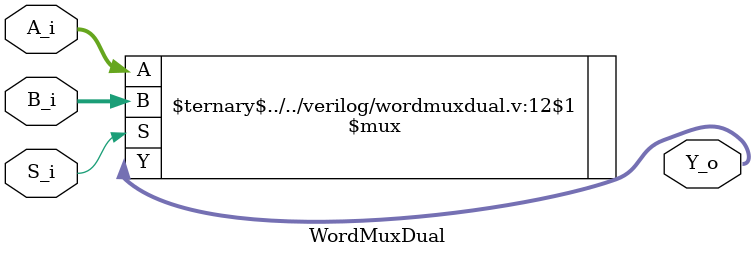
<source format=v>
/* Generated by Yosys 0.3.0+ (git sha1 3b52121) */

(* src = "../../verilog/wordmuxdual.v:1" *)
module WordMuxDual(A_i, B_i, S_i, Y_o);
  (* intersynth_conntype = "Word" *)
  (* src = "../../verilog/wordmuxdual.v:3" *)
  input [15:0] A_i;
  (* intersynth_conntype = "Word" *)
  (* src = "../../verilog/wordmuxdual.v:5" *)
  input [15:0] B_i;
  (* intersynth_conntype = "Bit" *)
  (* src = "../../verilog/wordmuxdual.v:7" *)
  input S_i;
  (* intersynth_conntype = "Word" *)
  (* src = "../../verilog/wordmuxdual.v:9" *)
  output [15:0] Y_o;
  (* src = "../../verilog/wordmuxdual.v:12" *)
  \$mux  #(
    .WIDTH(32'b00000000000000000000000000010000)
  ) \$ternary$../../verilog/wordmuxdual.v:12$1  (
    .A(A_i),
    .B(B_i),
    .S(S_i),
    .Y(Y_o)
  );
endmodule

</source>
